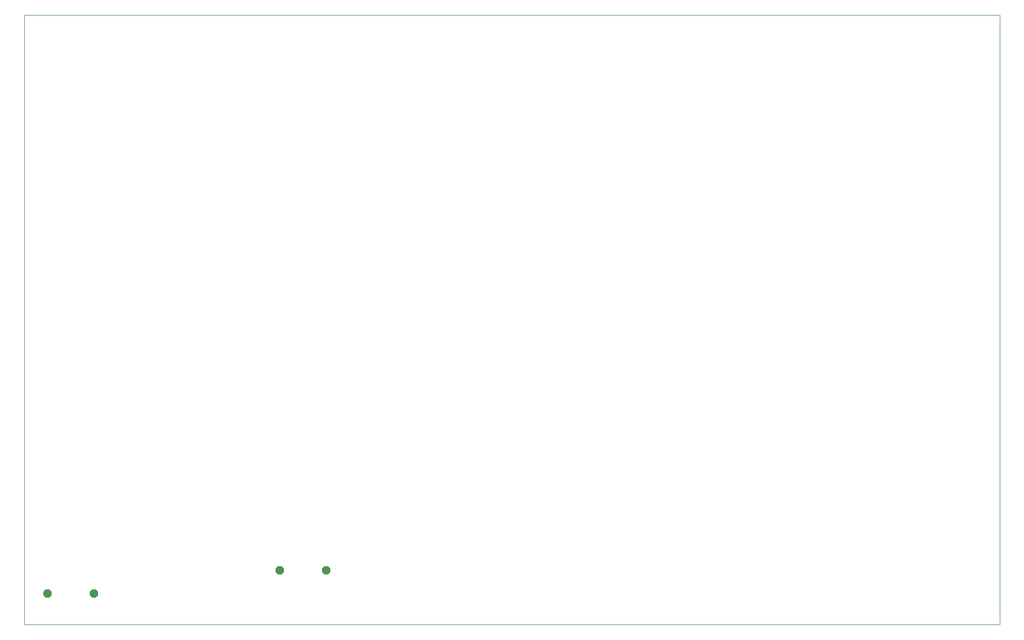
<source format=gtl>
G75*
G70*
%OFA0B0*%
%FSLAX24Y24*%
%IPPOS*%
%LPD*%
%AMOC8*
5,1,8,0,0,1.08239X$1,22.5*
%
%ADD10C,0.0000*%
%ADD11OC8,0.0520*%
D10*
X000101Y000101D02*
X000101Y039471D01*
X063093Y039471D01*
X063093Y000101D01*
X000101Y000101D01*
D11*
X001601Y002101D03*
X004601Y002101D03*
X016601Y003601D03*
X019601Y003601D03*
M02*

</source>
